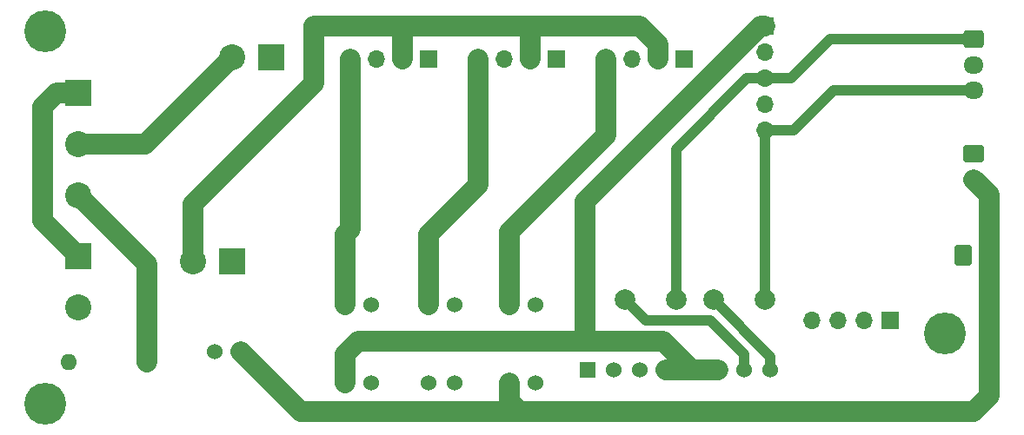
<source format=gtl>
G04 #@! TF.GenerationSoftware,KiCad,Pcbnew,7.0.5-7.0.5~ubuntu20.04.1*
G04 #@! TF.CreationDate,2023-07-15T12:39:55+02:00*
G04 #@! TF.ProjectId,omega-dca,6f6d6567-612d-4646-9361-2e6b69636164,rev?*
G04 #@! TF.SameCoordinates,Original*
G04 #@! TF.FileFunction,Copper,L1,Top*
G04 #@! TF.FilePolarity,Positive*
%FSLAX46Y46*%
G04 Gerber Fmt 4.6, Leading zero omitted, Abs format (unit mm)*
G04 Created by KiCad (PCBNEW 7.0.5-7.0.5~ubuntu20.04.1) date 2023-07-15 12:39:55*
%MOMM*%
%LPD*%
G01*
G04 APERTURE LIST*
G04 Aperture macros list*
%AMRoundRect*
0 Rectangle with rounded corners*
0 $1 Rounding radius*
0 $2 $3 $4 $5 $6 $7 $8 $9 X,Y pos of 4 corners*
0 Add a 4 corners polygon primitive as box body*
4,1,4,$2,$3,$4,$5,$6,$7,$8,$9,$2,$3,0*
0 Add four circle primitives for the rounded corners*
1,1,$1+$1,$2,$3*
1,1,$1+$1,$4,$5*
1,1,$1+$1,$6,$7*
1,1,$1+$1,$8,$9*
0 Add four rect primitives between the rounded corners*
20,1,$1+$1,$2,$3,$4,$5,0*
20,1,$1+$1,$4,$5,$6,$7,0*
20,1,$1+$1,$6,$7,$8,$9,0*
20,1,$1+$1,$8,$9,$2,$3,0*%
G04 Aperture macros list end*
G04 #@! TA.AperFunction,ComponentPad*
%ADD10R,1.524000X1.524000*%
G04 #@! TD*
G04 #@! TA.AperFunction,ComponentPad*
%ADD11C,1.524000*%
G04 #@! TD*
G04 #@! TA.AperFunction,ComponentPad*
%ADD12C,2.000000*%
G04 #@! TD*
G04 #@! TA.AperFunction,ComponentPad*
%ADD13R,1.700000X1.700000*%
G04 #@! TD*
G04 #@! TA.AperFunction,ComponentPad*
%ADD14O,1.700000X1.700000*%
G04 #@! TD*
G04 #@! TA.AperFunction,ComponentPad*
%ADD15RoundRect,0.250000X-0.750000X0.600000X-0.750000X-0.600000X0.750000X-0.600000X0.750000X0.600000X0*%
G04 #@! TD*
G04 #@! TA.AperFunction,ComponentPad*
%ADD16O,2.000000X1.700000*%
G04 #@! TD*
G04 #@! TA.AperFunction,ComponentPad*
%ADD17R,2.540000X2.540000*%
G04 #@! TD*
G04 #@! TA.AperFunction,ComponentPad*
%ADD18C,2.540000*%
G04 #@! TD*
G04 #@! TA.AperFunction,ComponentPad*
%ADD19C,1.600000*%
G04 #@! TD*
G04 #@! TA.AperFunction,ComponentPad*
%ADD20O,1.600000X1.600000*%
G04 #@! TD*
G04 #@! TA.AperFunction,ComponentPad*
%ADD21RoundRect,0.250000X-0.725000X0.600000X-0.725000X-0.600000X0.725000X-0.600000X0.725000X0.600000X0*%
G04 #@! TD*
G04 #@! TA.AperFunction,ComponentPad*
%ADD22O,1.950000X1.700000*%
G04 #@! TD*
G04 #@! TA.AperFunction,ComponentPad*
%ADD23C,4.064000*%
G04 #@! TD*
G04 #@! TA.AperFunction,ComponentPad*
%ADD24RoundRect,0.250000X-0.600000X-0.750000X0.600000X-0.750000X0.600000X0.750000X-0.600000X0.750000X0*%
G04 #@! TD*
G04 #@! TA.AperFunction,ComponentPad*
%ADD25O,1.700000X2.000000*%
G04 #@! TD*
G04 #@! TA.AperFunction,Conductor*
%ADD26C,1.000000*%
G04 #@! TD*
G04 #@! TA.AperFunction,Conductor*
%ADD27C,2.000000*%
G04 #@! TD*
G04 APERTURE END LIST*
D10*
X71628000Y-140716000D03*
D11*
X74168000Y-140716000D03*
X76708000Y-140716000D03*
X79248000Y-140716000D03*
X81788000Y-140716000D03*
X84328000Y-140716000D03*
X86868000Y-140716000D03*
X89408000Y-140716000D03*
D12*
X88860000Y-133858000D03*
X83860000Y-133858000D03*
D11*
X35306000Y-138938000D03*
X37846000Y-138938000D03*
D13*
X56139500Y-110428000D03*
D14*
X51059500Y-110428000D03*
X53599500Y-110428000D03*
X48519500Y-110428000D03*
D15*
X109220000Y-119634000D03*
D16*
X109220000Y-122134000D03*
D17*
X21996140Y-113707680D03*
D18*
X21996140Y-118706400D03*
X21996140Y-123707660D03*
D19*
X28702000Y-139954000D03*
D20*
X21082000Y-139954000D03*
D13*
X88870000Y-107188000D03*
D14*
X88870000Y-109728000D03*
X88870000Y-112268000D03*
X88870000Y-114808000D03*
X88870000Y-117348000D03*
D21*
X109220000Y-108458000D03*
D22*
X109220000Y-110958000D03*
X109220000Y-113458000D03*
D13*
X81031500Y-110428000D03*
D14*
X75951500Y-110428000D03*
X78491500Y-110428000D03*
X73411500Y-110428000D03*
D23*
X18796000Y-107696000D03*
D11*
X66514500Y-134362500D03*
X63974500Y-134362500D03*
X66514500Y-141982500D03*
X63974500Y-141982500D03*
X58679000Y-134362500D03*
X56139000Y-134362500D03*
X58679000Y-141982500D03*
X56139000Y-141982500D03*
D13*
X101082000Y-135890000D03*
D14*
X98542000Y-135890000D03*
X96002000Y-135890000D03*
X93462000Y-135890000D03*
D12*
X80224000Y-133858000D03*
X75224000Y-133858000D03*
D11*
X50551000Y-134362500D03*
X48011000Y-134362500D03*
X50551000Y-141982500D03*
X48011000Y-141982500D03*
D17*
X21996140Y-129580640D03*
D18*
X21996140Y-134579360D03*
D23*
X106426000Y-137160000D03*
D13*
X68585500Y-110428000D03*
D14*
X63505500Y-110428000D03*
X66045500Y-110428000D03*
X60965500Y-110428000D03*
D23*
X18796000Y-144018000D03*
D24*
X108204000Y-129540000D03*
D25*
X110704000Y-129540000D03*
D17*
X40830500Y-110236000D03*
D18*
X37020000Y-110236000D03*
D17*
X37020500Y-130157787D03*
D18*
X33210500Y-130157787D03*
D26*
X95250000Y-108458000D02*
X91440000Y-112268000D01*
X80224000Y-119166000D02*
X80224000Y-133858000D01*
X87122000Y-112268000D02*
X80224000Y-119166000D01*
X88870000Y-112268000D02*
X87122000Y-112268000D01*
X109220000Y-108458000D02*
X95250000Y-108458000D01*
X88870000Y-112268000D02*
X91440000Y-112268000D01*
X83566000Y-135890000D02*
X77256000Y-135890000D01*
X77256000Y-135890000D02*
X75224000Y-133858000D01*
X86868000Y-139192000D02*
X83566000Y-135890000D01*
X86868000Y-140716000D02*
X86868000Y-139192000D01*
X88870000Y-117348000D02*
X91694000Y-117348000D01*
X88870000Y-117348000D02*
X88870000Y-133848000D01*
X88870000Y-133848000D02*
X88860000Y-133858000D01*
X109220000Y-113458000D02*
X95584000Y-113458000D01*
X95584000Y-113458000D02*
X91694000Y-117348000D01*
X83860000Y-133858000D02*
X89408000Y-139406000D01*
X89408000Y-139406000D02*
X89408000Y-140716000D01*
D27*
X63974500Y-141982500D02*
X63974500Y-143730500D01*
X63974500Y-143730500D02*
X65024000Y-144780000D01*
X110744000Y-143256000D02*
X110704000Y-143216000D01*
X65024000Y-144780000D02*
X109220000Y-144780000D01*
X65024000Y-144780000D02*
X43688000Y-144780000D01*
X110704000Y-123618000D02*
X109220000Y-122134000D01*
X109220000Y-144780000D02*
X110744000Y-143256000D01*
X110704000Y-129540000D02*
X110704000Y-123618000D01*
X43688000Y-144780000D02*
X37846000Y-138938000D01*
X110704000Y-143216000D02*
X110704000Y-129540000D01*
X81788000Y-140716000D02*
X79248000Y-140716000D01*
X88510862Y-107188000D02*
X71374000Y-124324862D01*
X48011000Y-139187000D02*
X49276000Y-137922000D01*
X81788000Y-140716000D02*
X84328000Y-140716000D01*
X48011000Y-141982500D02*
X48011000Y-139187000D01*
X88870000Y-107188000D02*
X88510862Y-107188000D01*
X81788000Y-140716000D02*
X78994000Y-137922000D01*
X71374000Y-137922000D02*
X49276000Y-137922000D01*
X71374000Y-124324862D02*
X71374000Y-137922000D01*
X78994000Y-137922000D02*
X71374000Y-137922000D01*
X76708000Y-107188000D02*
X78491500Y-108971500D01*
X33210500Y-130157787D02*
X33210500Y-124523500D01*
X78491500Y-108971500D02*
X78491500Y-110428000D01*
X66045500Y-107447500D02*
X65786000Y-107188000D01*
X53599500Y-110428000D02*
X53599500Y-107193500D01*
X33210500Y-124523500D02*
X44958000Y-112776000D01*
X53594000Y-107188000D02*
X65786000Y-107188000D01*
X44958000Y-112776000D02*
X44958000Y-107188000D01*
X44958000Y-107188000D02*
X53594000Y-107188000D01*
X66045500Y-110428000D02*
X66045500Y-107447500D01*
X65786000Y-107188000D02*
X76708000Y-107188000D01*
X53599500Y-107193500D02*
X53594000Y-107188000D01*
X28702000Y-130413520D02*
X28702000Y-139954000D01*
X21996140Y-123707660D02*
X28702000Y-130413520D01*
X21996140Y-118706400D02*
X28549600Y-118706400D01*
X28549600Y-118706400D02*
X37020000Y-110236000D01*
X18542000Y-126126500D02*
X21996140Y-129580640D01*
X18542000Y-115062000D02*
X18542000Y-126126500D01*
X21996140Y-113707680D02*
X19896320Y-113707680D01*
X19896320Y-113707680D02*
X18542000Y-115062000D01*
X48011000Y-127513000D02*
X48011000Y-134362500D01*
X48519500Y-126994500D02*
X48006000Y-127508000D01*
X48519500Y-110428000D02*
X48519500Y-126994500D01*
X48006000Y-127508000D02*
X48011000Y-127513000D01*
X56134000Y-127508000D02*
X56139000Y-127513000D01*
X56139000Y-127513000D02*
X56139000Y-134362500D01*
X60965500Y-122676500D02*
X56134000Y-127508000D01*
X60965500Y-110428000D02*
X60965500Y-122676500D01*
X73411500Y-117850500D02*
X63974500Y-127287500D01*
X73411500Y-110428000D02*
X73411500Y-117850500D01*
X63974500Y-127287500D02*
X63974500Y-134362500D01*
M02*

</source>
